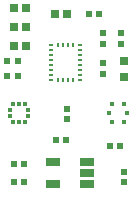
<source format=gtp>
G04*
G04 #@! TF.GenerationSoftware,Altium Limited,Altium Designer,21.6.4 (81)*
G04*
G04 Layer_Color=8421504*
%FSLAX25Y25*%
%MOIN*%
G70*
G04*
G04 #@! TF.SameCoordinates,47E44DC7-4B56-48B3-8F63-FDCB66B81885*
G04*
G04*
G04 #@! TF.FilePolarity,Positive*
G04*
G01*
G75*
%ADD15R,0.01409X0.01585*%
%ADD16R,0.01409X0.01585*%
%ADD17R,0.01585X0.01409*%
%ADD18R,0.01585X0.01409*%
%ADD19R,0.01378X0.00906*%
%ADD20R,0.00906X0.01378*%
%ADD21R,0.02816X0.02648*%
G04:AMPARAMS|DCode=22|XSize=21.65mil|YSize=19.68mil|CornerRadius=2.46mil|HoleSize=0mil|Usage=FLASHONLY|Rotation=270.000|XOffset=0mil|YOffset=0mil|HoleType=Round|Shape=RoundedRectangle|*
%AMROUNDEDRECTD22*
21,1,0.02165,0.01476,0,0,270.0*
21,1,0.01673,0.01968,0,0,270.0*
1,1,0.00492,-0.00738,-0.00837*
1,1,0.00492,-0.00738,0.00837*
1,1,0.00492,0.00738,0.00837*
1,1,0.00492,0.00738,-0.00837*
%
%ADD22ROUNDEDRECTD22*%
G04:AMPARAMS|DCode=23|XSize=21.65mil|YSize=19.68mil|CornerRadius=2.46mil|HoleSize=0mil|Usage=FLASHONLY|Rotation=180.000|XOffset=0mil|YOffset=0mil|HoleType=Round|Shape=RoundedRectangle|*
%AMROUNDEDRECTD23*
21,1,0.02165,0.01476,0,0,180.0*
21,1,0.01673,0.01968,0,0,180.0*
1,1,0.00492,-0.00837,0.00738*
1,1,0.00492,0.00837,0.00738*
1,1,0.00492,0.00837,-0.00738*
1,1,0.00492,-0.00837,-0.00738*
%
%ADD23ROUNDEDRECTD23*%
G04:AMPARAMS|DCode=24|XSize=25.59mil|YSize=47.24mil|CornerRadius=1.92mil|HoleSize=0mil|Usage=FLASHONLY|Rotation=270.000|XOffset=0mil|YOffset=0mil|HoleType=Round|Shape=RoundedRectangle|*
%AMROUNDEDRECTD24*
21,1,0.02559,0.04341,0,0,270.0*
21,1,0.02175,0.04724,0,0,270.0*
1,1,0.00384,-0.02170,-0.01088*
1,1,0.00384,-0.02170,0.01088*
1,1,0.00384,0.02170,0.01088*
1,1,0.00384,0.02170,-0.01088*
%
%ADD24ROUNDEDRECTD24*%
%ADD25R,0.01378X0.01476*%
%ADD26R,0.01476X0.01378*%
G04:AMPARAMS|DCode=27|XSize=29.92mil|YSize=26mil|CornerRadius=3.25mil|HoleSize=0mil|Usage=FLASHONLY|Rotation=180.000|XOffset=0mil|YOffset=0mil|HoleType=Round|Shape=RoundedRectangle|*
%AMROUNDEDRECTD27*
21,1,0.02992,0.01950,0,0,180.0*
21,1,0.02342,0.02600,0,0,180.0*
1,1,0.00650,-0.01171,0.00975*
1,1,0.00650,0.01171,0.00975*
1,1,0.00650,0.01171,-0.00975*
1,1,0.00650,-0.01171,-0.00975*
%
%ADD27ROUNDEDRECTD27*%
D15*
X51952Y44994D02*
D03*
D16*
X46047D02*
D03*
D17*
X50968Y47953D02*
D03*
X47032D02*
D03*
D18*
Y42047D02*
D03*
X50968D02*
D03*
D19*
X26539Y67850D02*
D03*
Y66157D02*
D03*
Y64465D02*
D03*
Y62772D02*
D03*
Y61079D02*
D03*
Y59386D02*
D03*
Y57693D02*
D03*
Y56000D02*
D03*
X36382D02*
D03*
Y57693D02*
D03*
Y59386D02*
D03*
Y61079D02*
D03*
Y62772D02*
D03*
Y64465D02*
D03*
Y66157D02*
D03*
Y67850D02*
D03*
D20*
X28921D02*
D03*
X30614D02*
D03*
X32307D02*
D03*
X28921Y56000D02*
D03*
X30614D02*
D03*
X32307D02*
D03*
X34000D02*
D03*
Y67850D02*
D03*
D21*
X18184Y67500D02*
D03*
X14416D02*
D03*
X18184Y80000D02*
D03*
X14416D02*
D03*
X31884Y78000D02*
D03*
X28116D02*
D03*
X14416Y73750D02*
D03*
X18184D02*
D03*
D22*
X31772Y36000D02*
D03*
X28228D02*
D03*
X14229Y28000D02*
D03*
X17772D02*
D03*
Y22000D02*
D03*
X14229D02*
D03*
X46228Y34000D02*
D03*
X49772D02*
D03*
X42772Y78000D02*
D03*
X39228D02*
D03*
X15569Y57300D02*
D03*
X12025D02*
D03*
X15569Y62300D02*
D03*
X12025D02*
D03*
D23*
X51000Y22000D02*
D03*
Y25543D02*
D03*
X50000Y71772D02*
D03*
Y68228D02*
D03*
X44000Y61772D02*
D03*
Y58228D02*
D03*
Y71772D02*
D03*
Y68228D02*
D03*
X32000Y46543D02*
D03*
Y43000D02*
D03*
D24*
X38807Y21260D02*
D03*
Y25000D02*
D03*
Y28740D02*
D03*
X27193D02*
D03*
Y21260D02*
D03*
D25*
X18000Y42000D02*
D03*
X16031D02*
D03*
X14063D02*
D03*
Y48004D02*
D03*
X16031D02*
D03*
X18000D02*
D03*
D26*
X13030Y44018D02*
D03*
Y45986D02*
D03*
X19033D02*
D03*
Y44018D02*
D03*
D27*
X51067Y57000D02*
D03*
Y62512D02*
D03*
M02*

</source>
